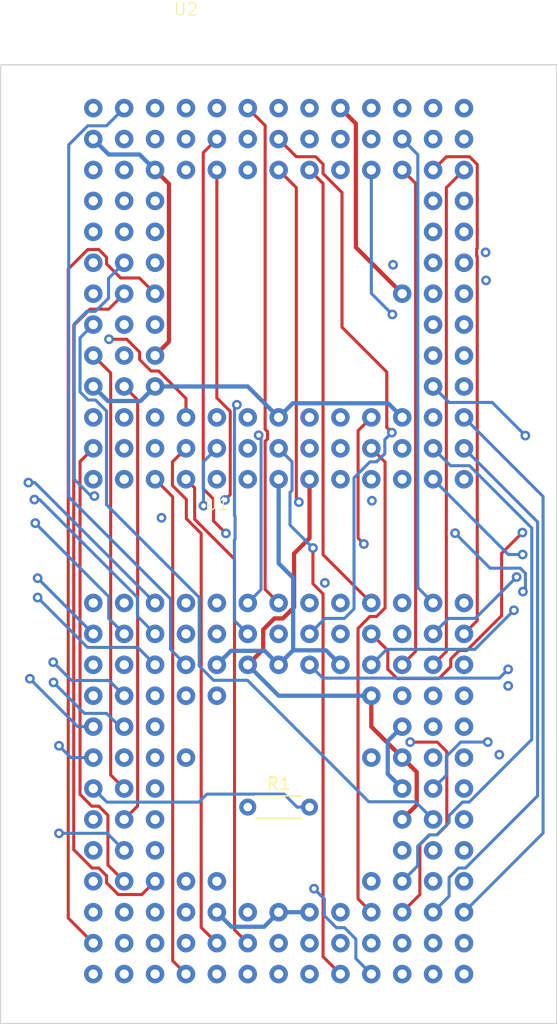
<source format=kicad_pcb>
(kicad_pcb (version 20221018) (generator pcbnew)
  (layers (0 "F.Cu" signal) (1 "In1.Cu" signal) (2 "In2.Cu" signal) (31 "B.Cu" signal) (34 "B.Paste" user) (35 "F.Paste" user) (36 "B.SilkS" user "B.Silkscreen") (37 "F.SilkS" user "F.Silkscreen") (38 "B.Mask" user) (39 "F.Mask" user) (44 "Edge.Cuts" user))
  (net 0 "")
  (net 1 "VCC")
  (net 2 "Net-(U1-CBACK)")
  (net 3 "/BR")
  (net 4 "/A0")
  (net 5 "/A30")
  (net 6 "/A28")
  (net 7 "/A26")
  (net 8 "/A24")
  (net 9 "/A23")
  (net 10 "/A21")
  (net 11 "/A19")
  (net 12 "/A17")
  (net 13 "/A15")
  (net 14 "/A13")
  (net 15 "/A10")
  (net 16 "/RMC")
  (net 17 "/BG")
  (net 18 "/A31")
  (net 19 "/A29")
  (net 20 "/A27")
  (net 21 "/A25")
  (net 22 "/A22")
  (net 23 "/A20")
  (net 24 "/A16")
  (net 25 "/A14")
  (net 26 "/A12")
  (net 27 "/A8")
  (net 28 "/A7")
  (net 29 "/FC1")
  (net 31 "/BGACK")
  (net 32 "/A1")
  (net 33 "GND")
  (net 34 "/A18")
  (net 35 "/A11")
  (net 36 "/A9")
  (net 37 "/A5")
  (net 38 "/A4")
  (net 39 "/FC2")
  (net 40 "/FC0")
  (net 41 "/OCS")
  (net 42 "/A6")
  (net 43 "/A3")
  (net 44 "/A2")
  (net 45 "Net-(U1-CLK)")
  (net 46 "/AVEC")
  (net 47 "/IPEND")
  (net 48 "/DSACK0")
  (net 49 "/RESET")
  (net 50 "/DSACK1")
  (net 51 "/IPL2")
  (net 52 "/IPL1")
  (net 53 "/BERR")
  (net 54 "/HALT")
  (net 55 "Net-(U1-CDIS)")
  (net 56 "/IPL0")
  (net 57 "/AS")
  (net 61 "/DS")
  (net 62 "/SIZ0")
  (net 63 "/D5")
  (net 64 "/D1")
  (net 65 "/D0")
  (net 66 "/SIZ1")
  (net 67 "/R_W")
  (net 68 "/D30")
  (net 69 "/D10")
  (net 70 "/D7")
  (net 71 "/D4")
  (net 72 "/D2")
  (net 73 "/DBEN")
  (net 74 "/ECS")
  (net 75 "/D29")
  (net 76 "/D27")
  (net 77 "/D24")
  (net 78 "/D22")
  (net 79 "/D20")
  (net 80 "/D17")
  (net 81 "/D14")
  (net 82 "/D12")
  (net 83 "/D9")
  (net 84 "/D6")
  (net 85 "/D3")
  (net 86 "/D31")
  (net 87 "/D28")
  (net 88 "/D26")
  (net 89 "/D25")
  (net 90 "/D23")
  (net 91 "/D21")
  (net 92 "/D19")
  (net 93 "/D18")
  (net 94 "/D16")
  (net 95 "/D15")
  (net 96 "/D13")
  (net 97 "/D11")
  (net 98 "/D8")
  (footprint "68k:PGA114_68020" (layer "F.Cu") (at 129.54 46.734)
    (fp_text reference "U2")
    (fp_text value "~")
  )
  (footprint "Resistor_THT:R_Axial_DIN0204_L3.6mm_D1.6mm_P5.08mm_Horizontal" (layer "F.Cu") (at 134.62 111.76)
    (fp_text reference "R1")
    (fp_text value "R1k")
  )
  (footprint "68k:PGA114_68030" (layer "F.Cu") (at 132.08 87.374)
    (fp_text reference "U1")
    (fp_text value "68030")
  )
  (gr_rect (start 114.3 50.8) (end 160.02 129.54) (stroke (width 0.1)) (fill none) (layer "Edge.Cuts"))
  (segment (start 139.7 89.6649) (end 138.43 90.9349) (width 0.35) (layer "F.Cu") (net 1))
  (segment (start 143.51 65.784) (end 147.32 69.594) (width 0.35) (layer "F.Cu") (net 1))
  (segment (start 138.43 95.3481) (end 137.5141 96.264) (width 0.35) (layer "F.Cu") (net 1))
  (segment (start 142.24 54.354) (end 143.51 55.624) (width 0.35) (layer "F.Cu") (net 1))
  (segment (start 144.78 105.154) (end 144.78 102.614) (width 0.35) (layer "F.Cu") (net 1))
  (segment (start 143.51 55.624) (end 143.51 65.784) (width 0.35) (layer "F.Cu") (net 1))
  (segment (start 139.7 84.834) (end 139.7 89.6649) (width 0.35) (layer "F.Cu") (net 1))
  (segment (start 147.32 107.694) (end 144.78 105.154) (width 0.35) (layer "F.Cu") (net 1))
  (segment (start 138.43 90.9349) (end 138.43 95.3481) (width 0.35) (layer "F.Cu") (net 1))
  (segment (start 135.89 97.1799) (end 135.89 98.804) (width 0.35) (layer "F.Cu") (net 1))
  (segment (start 137.5141 96.264) (end 136.8059 96.264) (width 0.35) (layer "F.Cu") (net 1))
  (segment (start 148.5106 108.8846) (end 147.32 107.694) (width 0.35) (layer "F.Cu") (net 1))
  (segment (start 135.89 98.804) (end 134.62 100.074) (width 0.35) (layer "F.Cu") (net 1))
  (segment (start 148.5106 111.5834) (end 148.5106 108.8846) (width 0.35) (layer "F.Cu") (net 1))
  (segment (start 136.8059 96.264) (end 135.89 97.1799) (width 0.35) (layer "F.Cu") (net 1))
  (segment (start 147.32 112.774) (end 148.5106 111.5834) (width 0.35) (layer "F.Cu") (net 1))
  (segment (start 144.78 102.614) (end 137.16 102.614) (width 0.35) (layer "B.Cu") (net 1))
  (segment (start 137.16 102.614) (end 134.62 100.074) (width 0.35) (layer "B.Cu") (net 1))
  (segment (start 123.0382 111.3522) (end 121.92 110.234) (width 0.25) (layer "B.Cu") (net 2))
  (segment (start 138.6731 111.76) (end 137.6074 110.6943) (width 0.25) (layer "B.Cu") (net 2))
  (segment (start 137.6074 110.6943) (end 131.2573 110.6943) (width 0.25) (layer "B.Cu") (net 2))
  (segment (start 139.7 111.76) (end 138.6731 111.76) (width 0.25) (layer "B.Cu") (net 2))
  (segment (start 130.5994 111.3522) (end 123.0382 111.3522) (width 0.25) (layer "B.Cu") (net 2))
  (segment (start 131.2573 110.6943) (end 130.5994 111.3522) (width 0.25) (layer "B.Cu") (net 2))
  (via (at 116.5869 85.1083) (size 0.8) (drill 0.4) (layers "F.Cu" "B.Cu") (net 5))
  (segment (start 117.1143 85.1083) (end 116.5869 85.1083) (width 0.25) (layer "B.Cu") (net 5))
  (segment (start 127 94.994) (end 117.1143 85.1083) (width 0.25) (layer "B.Cu") (net 5))
  (via (at 135.5188 81.2219) (size 0.8) (drill 0.4) (layers "F.Cu" "B.Cu") (net 8))
  (segment (start 134.62 94.994) (end 135.7145 93.8995) (width 0.25) (layer "B.Cu") (net 8))
  (segment (start 135.7145 81.4176) (end 135.5188 81.2219) (width 0.25) (layer "B.Cu") (net 8))
  (segment (start 135.7145 93.8995) (end 135.7145 81.4176) (width 0.25) (layer "B.Cu") (net 8))
  (segment (start 136.2457 80.9208) (end 136.0493 80.7244) (width 0.25) (layer "F.Cu") (net 9))
  (segment (start 136.2457 81.523) (end 136.2457 80.9208) (width 0.25) (layer "F.Cu") (net 9))
  (segment (start 136.0493 55.7833) (end 134.62 54.354) (width 0.25) (layer "F.Cu") (net 9))
  (segment (start 136.0493 80.7244) (end 136.0493 55.7833) (width 0.25) (layer "F.Cu") (net 9))
  (segment (start 136.0493 81.7194) (end 136.2457 81.523) (width 0.25) (layer "F.Cu") (net 9))
  (segment (start 136.0493 93.8833) (end 136.0493 81.7194) (width 0.25) (layer "F.Cu") (net 9))
  (segment (start 137.16 94.994) (end 136.0493 93.8833) (width 0.25) (layer "F.Cu") (net 9))
  (segment (start 137.16 59.434) (end 138.6111 60.8851) (width 0.25) (layer "F.Cu") (net 10))
  (segment (start 138.6111 86.5027) (end 138.8205 86.7121) (width 0.25) (layer "F.Cu") (net 10))
  (segment (start 138.6111 60.8851) (end 138.6111 86.5027) (width 0.25) (layer "F.Cu") (net 10))
  (via (at 138.8205 86.7121) (size 0.8) (drill 0.4) (layers "F.Cu" "B.Cu") (net 10))
  (segment (start 144.78 94.994) (end 140.8109 91.0249) (width 0.25) (layer "F.Cu") (net 12))
  (segment (start 140.8109 60.5449) (end 139.7 59.434) (width 0.25) (layer "F.Cu") (net 12))
  (segment (start 140.8109 91.0249) (end 140.8109 60.5449) (width 0.25) (layer "F.Cu") (net 12))
  (segment (start 148.6018 93.7358) (end 148.6018 58.1758) (width 0.25) (layer "B.Cu") (net 14))
  (segment (start 148.6018 58.1758) (end 147.32 56.894) (width 0.25) (layer "B.Cu") (net 14))
  (segment (start 149.86 94.994) (end 148.6018 93.7358) (width 0.25) (layer "B.Cu") (net 14))
  (via (at 154.2107 68.5038) (size 0.8) (drill 0.4) (layers "F.Cu" "B.Cu") (net 15))
  (via (at 117.3437 92.9577) (size 0.8) (drill 0.4) (layers "F.Cu" "B.Cu") (net 16))
  (segment (start 121.92 97.534) (end 117.3437 92.9577) (width 0.25) (layer "B.Cu") (net 16))
  (via (at 117.1499 88.438) (size 0.8) (drill 0.4) (layers "F.Cu" "B.Cu") (net 17))
  (segment (start 124.46 97.534) (end 123.19 96.264) (width 0.25) (layer "B.Cu") (net 17))
  (segment (start 123.19 94.4781) (end 117.1499 88.438) (width 0.25) (layer "B.Cu") (net 17))
  (segment (start 123.19 96.264) (end 123.19 94.4781) (width 0.25) (layer "B.Cu") (net 17))
  (via (at 117.0783 86.5056) (size 0.8) (drill 0.4) (layers "F.Cu" "B.Cu") (net 18))
  (segment (start 125.5489 96.0829) (end 125.5489 94.5429) (width 0.25) (layer "B.Cu") (net 18))
  (segment (start 125.5489 94.5429) (end 117.5116 86.5056) (width 0.25) (layer "B.Cu") (net 18))
  (segment (start 117.5116 86.5056) (end 117.0783 86.5056) (width 0.25) (layer "B.Cu") (net 18))
  (segment (start 127 97.534) (end 125.5489 96.0829) (width 0.25) (layer "B.Cu") (net 18))
  (segment (start 132.08 59.434) (end 132.08 78.1565) (width 0.25) (layer "F.Cu") (net 19))
  (segment (start 133.1816 86.0971) (end 132.7479 86.5308) (width 0.25) (layer "F.Cu") (net 19))
  (segment (start 133.1816 79.2581) (end 133.1816 86.0971) (width 0.25) (layer "F.Cu") (net 19))
  (segment (start 132.08 78.1565) (end 133.1816 79.2581) (width 0.25) (layer "F.Cu") (net 19))
  (via (at 132.7479 86.5308) (size 0.8) (drill 0.4) (layers "F.Cu" "B.Cu") (net 19))
  (segment (start 132.8246 89.279) (end 131.8026 88.257) (width 0.25) (layer "F.Cu") (net 20))
  (segment (start 131.8026 86.4597) (end 130.9599 85.617) (width 0.25) (layer "F.Cu") (net 20))
  (segment (start 130.9599 85.617) (end 130.9599 58.0141) (width 0.25) (layer "F.Cu") (net 20))
  (segment (start 131.8026 88.257) (end 131.8026 86.4597) (width 0.25) (layer "F.Cu") (net 20))
  (segment (start 130.9599 58.0141) (end 132.08 56.894) (width 0.25) (layer "F.Cu") (net 20))
  (via (at 132.8246 89.279) (size 0.8) (drill 0.4) (layers "F.Cu" "B.Cu") (net 20))
  (via (at 133.7231 78.7167) (size 0.8) (drill 0.4) (layers "F.Cu" "B.Cu") (net 21))
  (segment (start 133.5797 89.7687) (end 133.5797 87.8601) (width 0.25) (layer "B.Cu") (net 21))
  (segment (start 133.5287 87.8091) (end 133.5287 78.9111) (width 0.25) (layer "B.Cu") (net 21))
  (segment (start 133.5217 96.4357) (end 133.5217 89.8267) (width 0.25) (layer "B.Cu") (net 21))
  (segment (start 134.62 97.534) (end 133.5217 96.4357) (width 0.25) (layer "B.Cu") (net 21))
  (segment (start 133.5217 89.8267) (end 133.5797 89.7687) (width 0.25) (layer "B.Cu") (net 21))
  (segment (start 133.5797 87.8601) (end 133.5287 87.8091) (width 0.25) (layer "B.Cu") (net 21))
  (segment (start 133.5287 78.9111) (end 133.7231 78.7167) (width 0.25) (layer "B.Cu") (net 21))
  (segment (start 142.3694 72.3487) (end 146.05 76.0293) (width 0.25) (layer "F.Cu") (net 23))
  (segment (start 137.16 56.894) (end 138.6111 58.3451) (width 0.25) (layer "F.Cu") (net 23))
  (segment (start 140.8107 59.7289) (end 142.3694 61.2876) (width 0.25) (layer "F.Cu") (net 23))
  (segment (start 140.2044 58.3451) (end 140.8107 58.9514) (width 0.25) (layer "F.Cu") (net 23))
  (segment (start 146.05 76.0293) (end 146.05 80.5834) (width 0.25) (layer "F.Cu") (net 23))
  (segment (start 140.8107 58.9514) (end 140.8107 59.7289) (width 0.25) (layer "F.Cu") (net 23))
  (segment (start 142.3694 61.2876) (end 142.3694 72.3487) (width 0.25) (layer "F.Cu") (net 23))
  (segment (start 138.6111 58.3451) (end 140.2044 58.3451) (width 0.25) (layer "F.Cu") (net 23))
  (segment (start 146.05 80.5834) (end 146.4681 81.0015) (width 0.25) (layer "F.Cu") (net 23))
  (via (at 146.4681 81.0015) (size 0.8) (drill 0.4) (layers "F.Cu" "B.Cu") (net 23))
  (segment (start 143.3579 95.4783) (end 143.3579 84.7144) (width 0.25) (layer "B.Cu") (net 23))
  (segment (start 139.7 97.534) (end 140.97 96.264) (width 0.25) (layer "B.Cu") (net 23))
  (segment (start 142.5722 96.264) (end 143.3579 95.4783) (width 0.25) (layer "B.Cu") (net 23))
  (segment (start 140.97 96.264) (end 142.5722 96.264) (width 0.25) (layer "B.Cu") (net 23))
  (segment (start 144.6676 83.4047) (end 145.2149 83.4047) (width 0.25) (layer "B.Cu") (net 23))
  (segment (start 145.8907 82.7289) (end 145.8907 81.5789) (width 0.25) (layer "B.Cu") (net 23))
  (segment (start 143.3579 84.7144) (end 144.6676 83.4047) (width 0.25) (layer "B.Cu") (net 23))
  (segment (start 145.2149 83.4047) (end 145.8907 82.7289) (width 0.25) (layer "B.Cu") (net 23))
  (segment (start 145.8907 81.5789) (end 146.4681 81.0015) (width 0.25) (layer "B.Cu") (net 23))
  (via (at 140.9616 93.3462) (size 0.8) (drill 0.4) (layers "F.Cu" "B.Cu") (net 24))
  (segment (start 146.1355 100.4363) (end 146.9009 101.2017) (width 0.25) (layer "F.Cu") (net 25))
  (segment (start 155.4919 90.9236) (end 157.2026 89.2129) (width 0.25) (layer "F.Cu") (net 25))
  (segment (start 144.78 97.534) (end 146.1355 98.8895) (width 0.25) (layer "F.Cu") (net 25))
  (segment (start 155.4919 96.0378) (end 155.4919 90.9236) (width 0.25) (layer "F.Cu") (net 25))
  (segment (start 146.1355 98.8895) (end 146.1355 100.4363) (width 0.25) (layer "F.Cu") (net 25))
  (segment (start 152.6267 98.903) (end 155.4919 96.0378) (width 0.25) (layer "F.Cu") (net 25))
  (segment (start 152.0056 98.903) (end 152.6267 98.903) (width 0.25) (layer "F.Cu") (net 25))
  (segment (start 151.3111 100.2251) (end 151.3111 99.5975) (width 0.25) (layer "F.Cu") (net 25))
  (segment (start 150.3345 101.2017) (end 151.3111 100.2251) (width 0.25) (layer "F.Cu") (net 25))
  (segment (start 146.9009 101.2017) (end 150.3345 101.2017) (width 0.25) (layer "F.Cu") (net 25))
  (segment (start 151.3111 99.5975) (end 152.0056 98.903) (width 0.25) (layer "F.Cu") (net 25))
  (via (at 157.2026 89.2129) (size 0.8) (drill 0.4) (layers "F.Cu" "B.Cu") (net 25))
  (via (at 146.5097 71.3005) (size 0.8) (drill 0.4) (layers "F.Cu" "B.Cu") (net 26))
  (segment (start 144.78 59.434) (end 144.78 69.5708) (width 0.25) (layer "B.Cu") (net 26))
  (segment (start 144.78 69.5708) (end 146.5097 71.3005) (width 0.25) (layer "B.Cu") (net 26))
  (via (at 156.7251 92.8643) (size 0.8) (drill 0.4) (layers "F.Cu" "B.Cu") (net 27))
  (segment (start 149.86 97.534) (end 151.13 96.264) (width 0.25) (layer "B.Cu") (net 27))
  (segment (start 151.13 96.264) (end 153.3254 96.264) (width 0.25) (layer "B.Cu") (net 27))
  (segment (start 153.3254 96.264) (end 156.7251 92.8643) (width 0.25) (layer "B.Cu") (net 27))
  (segment (start 153.4889 58.9799) (end 153.4889 65.856) (width 0.25) (layer "F.Cu") (net 28))
  (segment (start 150.9489 58.3451) (end 152.8541 58.3451) (width 0.25) (layer "F.Cu") (net 28))
  (segment (start 153.4434 65.9015) (end 153.4434 66.5035) (width 0.25) (layer "F.Cu") (net 28))
  (segment (start 153.4889 66.549) (end 153.4889 68.1961) (width 0.25) (layer "F.Cu") (net 28))
  (segment (start 153.4889 65.856) (end 153.4434 65.9015) (width 0.25) (layer "F.Cu") (net 28))
  (segment (start 153.4889 68.1961) (end 153.4822 68.2028) (width 0.25) (layer "F.Cu") (net 28))
  (segment (start 153.4822 68.2028) (end 153.4822 68.8048) (width 0.25) (layer "F.Cu") (net 28))
  (segment (start 153.4434 66.5035) (end 153.4889 66.549) (width 0.25) (layer "F.Cu") (net 28))
  (segment (start 149.86 59.434) (end 150.9489 58.3451) (width 0.25) (layer "F.Cu") (net 28))
  (segment (start 153.4889 96.4451) (end 152.4 97.534) (width 0.25) (layer "F.Cu") (net 28))
  (segment (start 153.4822 68.8048) (end 153.4889 68.8115) (width 0.25) (layer "F.Cu") (net 28))
  (segment (start 152.8541 58.3451) (end 153.4889 58.9799) (width 0.25) (layer "F.Cu") (net 28))
  (segment (start 153.4889 68.8115) (end 153.4889 96.4451) (width 0.25) (layer "F.Cu") (net 28))
  (via (at 117.3437 94.5471) (size 0.8) (drill 0.4) (layers "F.Cu" "B.Cu") (net 31))
  (segment (start 121.4413 98.6447) (end 125.5707 98.6447) (width 0.25) (layer "B.Cu") (net 31))
  (segment (start 117.3437 94.5471) (end 121.4413 98.6447) (width 0.25) (layer "B.Cu") (net 31))
  (segment (start 125.5707 98.6447) (end 127 100.074) (width 0.25) (layer "B.Cu") (net 31))
  (segment (start 119.9018 86.2932) (end 128.27 94.6614) (width 0.25) (layer "B.Cu") (net 32))
  (segment (start 123.0089 55.8051) (end 121.4658 55.8051) (width 0.25) (layer "B.Cu") (net 32))
  (segment (start 128.27 94.6614) (end 128.27 98.804) (width 0.25) (layer "B.Cu") (net 32))
  (segment (start 121.4658 55.8051) (end 119.9018 57.3691) (width 0.25) (layer "B.Cu") (net 32))
  (segment (start 128.27 98.804) (end 129.54 100.074) (width 0.25) (layer "B.Cu") (net 32))
  (segment (start 124.46 54.354) (end 123.0089 55.8051) (width 0.25) (layer "B.Cu") (net 32))
  (segment (start 119.9018 57.3691) (end 119.9018 86.2932) (width 0.25) (layer "B.Cu") (net 32))
  (segment (start 128.1396 73.5344) (end 128.1396 60.5736) (width 0.35) (layer "F.Cu") (net 33))
  (segment (start 128.1396 60.5736) (end 127 59.434) (width 0.35) (layer "F.Cu") (net 33))
  (segment (start 127 74.674) (end 128.1396 73.5344) (width 0.35) (layer "F.Cu") (net 33))
  (segment (start 138.3506 98.8834) (end 138.3506 92.9273) (width 0.35) (layer "B.Cu") (net 33))
  (segment (start 127 59.434) (end 125.73 58.164) (width 0.35) (layer "B.Cu") (net 33))
  (segment (start 135.9694 121.5846) (end 137.16 120.394) (width 0.35) (layer "B.Cu") (net 33))
  (segment (start 147.32 110.234) (end 146.1295 109.0435) (width 0.35) (layer "B.Cu") (net 33))
  (segment (start 133.2282 98.9258) (end 132.08 100.074) (width 0.35) (layer "B.Cu") (net 33))
  (segment (start 138.3184 78.5956) (end 137.16 79.754) (width 0.35) (layer "B.Cu") (net 33))
  (segment (start 138.3506 98.8834) (end 137.16 100.074) (width 0.35) (layer "B.Cu") (net 33))
  (segment (start 141.0494 98.8834) (end 138.3506 98.8834) (width 0.35) (layer "B.Cu") (net 33))
  (segment (start 133.2706 121.5846) (end 135.9694 121.5846) (width 0.35) (layer "B.Cu") (net 33))
  (segment (start 132.08 120.394) (end 133.2706 121.5846) (width 0.35) (layer "B.Cu") (net 33))
  (segment (start 127 77.214) (end 134.62 77.214) (width 0.35) (layer "B.Cu") (net 33))
  (segment (start 127 77.214) (end 125.8094 78.4046) (width 0.35) (layer "B.Cu") (net 33))
  (segment (start 142.24 100.074) (end 141.0494 98.8834) (width 0.35) (layer "B.Cu") (net 33))
  (segment (start 138.3506 92.9273) (end 137.16 91.7367) (width 0.35) (layer "B.Cu") (net 33))
  (segment (start 123.1106 78.4046) (end 121.92 77.214) (width 0.35) (layer "B.Cu") (net 33))
  (segment (start 136.0118 98.9258) (end 133.2282 98.9258) (width 0.35) (layer "B.Cu") (net 33))
  (segment (start 147.32 79.754) (end 146.1616 78.5956) (width 0.35) (layer "B.Cu") (net 33))
  (segment (start 137.16 100.074) (end 136.0118 98.9258) (width 0.35) (layer "B.Cu") (net 33))
  (segment (start 146.1616 78.5956) (end 138.3184 78.5956) (width 0.35) (layer "B.Cu") (net 33))
  (segment (start 125.73 58.164) (end 123.19 58.164) (width 0.35) (layer "B.Cu") (net 33))
  (segment (start 125.8094 78.4046) (end 123.1106 78.4046) (width 0.35) (layer "B.Cu") (net 33))
  (segment (start 123.19 58.164) (end 121.92 56.894) (width 0.35) (layer "B.Cu") (net 33))
  (segment (start 146.1295 106.3445) (end 147.32 105.154) (width 0.35) (layer "B.Cu") (net 33))
  (segment (start 134.62 77.214) (end 137.16 79.754) (width 0.35) (layer "B.Cu") (net 33))
  (segment (start 146.1295 109.0435) (end 146.1295 106.3445) (width 0.35) (layer "B.Cu") (net 33))
  (segment (start 137.16 91.7367) (end 137.16 84.834) (width 0.35) (layer "B.Cu") (net 33))
  (segment (start 139.7 120.394) (end 137.16 120.394) (width 0.35) (layer "B.Cu") (net 33))
  (via (at 156.0289 100.4479) (size 0.8) (drill 0.4) (layers "F.Cu" "B.Cu") (net 34))
  (segment (start 139.7 100.074) (end 140.7924 101.1664) (width 0.25) (layer "B.Cu") (net 34))
  (segment (start 155.3104 101.1664) (end 156.0289 100.4479) (width 0.25) (layer "B.Cu") (net 34))
  (segment (start 140.7924 101.1664) (end 155.3104 101.1664) (width 0.25) (layer "B.Cu") (net 34))
  (via (at 156.5038 95.5958) (size 0.8) (drill 0.4) (layers "F.Cu" "B.Cu") (net 35))
  (segment (start 146.05 98.804) (end 153.2956 98.804) (width 0.25) (layer "B.Cu") (net 35))
  (segment (start 153.2956 98.804) (end 156.5038 95.5958) (width 0.25) (layer "B.Cu") (net 35))
  (segment (start 144.78 100.074) (end 146.05 98.804) (width 0.25) (layer "B.Cu") (net 35))
  (segment (start 148.4196 98.9744) (end 148.4196 60.5336) (width 0.25) (layer "F.Cu") (net 36))
  (segment (start 148.4196 60.5336) (end 147.32 59.434) (width 0.25) (layer "F.Cu") (net 36))
  (segment (start 147.32 100.074) (end 148.4196 98.9744) (width 0.25) (layer "F.Cu") (net 36))
  (segment (start 150.938 88.959) (end 150.938 89.561) (width 0.25) (layer "F.Cu") (net 37))
  (segment (start 150.9489 60.8851) (end 150.9489 88.9481) (width 0.25) (layer "F.Cu") (net 37))
  (segment (start 150.9489 89.5719) (end 150.9489 98.9851) (width 0.25) (layer "F.Cu") (net 37))
  (segment (start 150.9489 88.9481) (end 150.938 88.959) (width 0.25) (layer "F.Cu") (net 37))
  (segment (start 150.9489 98.9851) (end 149.86 100.074) (width 0.25) (layer "F.Cu") (net 37))
  (segment (start 150.938 89.561) (end 150.9489 89.5719) (width 0.25) (layer "F.Cu") (net 37))
  (segment (start 152.4 59.434) (end 150.9489 60.8851) (width 0.25) (layer "F.Cu") (net 37))
  (via (at 122.0132 86.2159) (size 0.8) (drill 0.4) (layers "F.Cu" "B.Cu") (net 39))
  (segment (start 121.3852 71.0451) (end 122.0921 71.0451) (width 0.25) (layer "B.Cu") (net 39))
  (segment (start 122.0132 86.2159) (end 121.7373 86.2159) (width 0.25) (layer "B.Cu") (net 39))
  (segment (start 123.1708 68.3432) (end 124.46 67.054) (width 0.25) (layer "B.Cu") (net 39))
  (segment (start 122.0921 71.0451) (end 123.1708 69.9664) (width 0.25) (layer "B.Cu") (net 39))
  (segment (start 121.7373 86.2159) (end 120.3552 84.8338) (width 0.25) (layer "B.Cu") (net 39))
  (segment (start 120.3552 72.0751) (end 121.3852 71.0451) (width 0.25) (layer "B.Cu") (net 39))
  (segment (start 120.3552 84.8338) (end 120.3552 72.0751) (width 0.25) (layer "B.Cu") (net 39))
  (segment (start 123.1708 69.9664) (end 123.1708 68.3432) (width 0.25) (layer "B.Cu") (net 39))
  (via (at 118.6247 99.8585) (size 0.8) (drill 0.4) (layers "F.Cu" "B.Cu") (net 40))
  (segment (start 124.46 102.614) (end 123.2089 101.3629) (width 0.25) (layer "B.Cu") (net 40))
  (segment (start 123.2089 101.3629) (end 120.1291 101.3629) (width 0.25) (layer "B.Cu") (net 40))
  (segment (start 120.1291 101.3629) (end 118.6247 99.8585) (width 0.25) (layer "B.Cu") (net 40))
  (via (at 154.1715 66.2013) (size 0.8) (drill 0.4) (layers "F.Cu" "B.Cu") (net 42))
  (via (at 116.704 101.217) (size 0.8) (drill 0.4) (layers "F.Cu" "B.Cu") (net 45))
  (segment (start 121.92 105.154) (end 120.641 105.154) (width 0.25) (layer "B.Cu") (net 45))
  (segment (start 120.641 105.154) (end 116.704 101.217) (width 0.25) (layer "B.Cu") (net 45))
  (via (at 118.6475 101.5208) (size 0.8) (drill 0.4) (layers "F.Cu" "B.Cu") (net 46))
  (segment (start 124.1052 105.154) (end 124.46 105.154) (width 0.25) (layer "B.Cu") (net 46))
  (segment (start 121.1918 104.0651) (end 123.0163 104.0651) (width 0.25) (layer "B.Cu") (net 46))
  (segment (start 118.6475 101.5208) (end 121.1918 104.0651) (width 0.25) (layer "B.Cu") (net 46))
  (segment (start 123.0163 104.0651) (end 124.1052 105.154) (width 0.25) (layer "B.Cu") (net 46))
  (via (at 156.0325 101.8039) (size 0.8) (drill 0.4) (layers "F.Cu" "B.Cu") (net 47))
  (via (at 119.0998 106.7209) (size 0.8) (drill 0.4) (layers "F.Cu" "B.Cu") (net 48))
  (segment (start 120.0729 107.694) (end 119.0998 106.7209) (width 0.25) (layer "B.Cu") (net 48))
  (segment (start 121.92 107.694) (end 120.0729 107.694) (width 0.25) (layer "B.Cu") (net 48))
  (segment (start 123.3493 76.1033) (end 121.92 74.674) (width 0.25) (layer "F.Cu") (net 50))
  (segment (start 123.3493 109.1233) (end 123.3493 76.1033) (width 0.25) (layer "F.Cu") (net 50))
  (segment (start 124.46 110.234) (end 123.3493 109.1233) (width 0.25) (layer "F.Cu") (net 50))
  (via (at 154.3542 106.4192) (size 0.8) (drill 0.4) (layers "F.Cu" "B.Cu") (net 51))
  (segment (start 150.9489 109.1451) (end 150.9489 107.602) (width 0.25) (layer "B.Cu") (net 51))
  (segment (start 149.86 110.234) (end 150.9489 109.1451) (width 0.25) (layer "B.Cu") (net 51))
  (segment (start 150.9489 107.602) (end 152.1317 106.4192) (width 0.25) (layer "B.Cu") (net 51))
  (segment (start 152.1317 106.4192) (end 154.3542 106.4192) (width 0.25) (layer "B.Cu") (net 51))
  (via (at 155.302 107.4548) (size 0.8) (drill 0.4) (layers "F.Cu" "B.Cu") (net 52))
  (segment (start 125.565 111.669) (end 124.46 112.774) (width 0.25) (layer "F.Cu") (net 54))
  (segment (start 124.46 77.214) (end 125.565 78.319) (width 0.25) (layer "F.Cu") (net 54))
  (segment (start 125.565 78.319) (end 125.565 111.669) (width 0.25) (layer "F.Cu") (net 54))
  (segment (start 120.8309 77.6648) (end 121.4907 78.3246) (width 0.25) (layer "B.Cu") (net 55))
  (segment (start 123.0089 86.9229) (end 130.6289 94.5429) (width 0.25) (layer "B.Cu") (net 55))
  (segment (start 130.6289 100.1697) (end 131.8032 101.344) (width 0.25) (layer "B.Cu") (net 55))
  (segment (start 131.8032 101.344) (end 134.5928 101.344) (width 0.25) (layer "B.Cu") (net 55))
  (segment (start 148.4089 111.3229) (end 149.86 112.774) (width 0.25) (layer "B.Cu") (net 55))
  (segment (start 134.5928 101.344) (end 144.5717 111.3229) (width 0.25) (layer "B.Cu") (net 55))
  (segment (start 121.4907 78.3246) (end 122.1016 78.3246) (width 0.25) (layer "B.Cu") (net 55))
  (segment (start 130.6289 94.5429) (end 130.6289 100.1697) (width 0.25) (layer "B.Cu") (net 55))
  (segment (start 122.1016 78.3246) (end 123.0089 79.2319) (width 0.25) (layer "B.Cu") (net 55))
  (segment (start 123.0089 79.2319) (end 123.0089 86.9229) (width 0.25) (layer "B.Cu") (net 55))
  (segment (start 144.5717 111.3229) (end 148.4089 111.3229) (width 0.25) (layer "B.Cu") (net 55))
  (segment (start 120.8309 73.2231) (end 120.8309 77.6648) (width 0.25) (layer "B.Cu") (net 55))
  (segment (start 121.92 72.134) (end 120.8309 73.2231) (width 0.25) (layer "B.Cu") (net 55))
  (via (at 119.1013 113.9132) (size 0.8) (drill 0.4) (layers "F.Cu" "B.Cu") (net 57))
  (segment (start 123.0592 113.9132) (end 119.1013 113.9132) (width 0.25) (layer "B.Cu") (net 57))
  (segment (start 124.46 115.314) (end 123.0592 113.9132) (width 0.25) (layer "B.Cu") (net 57))
  (segment (start 122.3741 111.6851) (end 121.7954 111.6851) (width 0.25) (layer "F.Cu") (net 61))
  (segment (start 123.1242 116.5182) (end 123.1242 112.4352) (width 0.25) (layer "F.Cu") (net 61))
  (segment (start 121.7954 111.6851) (end 120.8311 110.7208) (width 0.25) (layer "F.Cu") (net 61))
  (segment (start 120.8311 83.3829) (end 121.92 82.294) (width 0.25) (layer "F.Cu") (net 61))
  (segment (start 120.8311 110.7208) (end 120.8311 83.3829) (width 0.25) (layer "F.Cu") (net 61))
  (segment (start 124.46 117.854) (end 123.1242 116.5182) (width 0.25) (layer "F.Cu") (net 61))
  (segment (start 123.1242 112.4352) (end 122.3741 111.6851) (width 0.25) (layer "F.Cu") (net 61))
  (segment (start 125.9111 118.9429) (end 123.9729 118.9429) (width 0.25) (layer "F.Cu") (net 62))
  (segment (start 121.6495 70.864) (end 123.19 70.864) (width 0.25) (layer "F.Cu") (net 62))
  (segment (start 120.3111 72.2024) (end 121.6495 70.864) (width 0.25) (layer "F.Cu") (net 62))
  (segment (start 122.3711 116.7651) (end 121.8194 116.7651) (width 0.25) (layer "F.Cu") (net 62))
  (segment (start 123.0115 117.4055) (end 122.3711 116.7651) (width 0.25) (layer "F.Cu") (net 62))
  (segment (start 123.19 70.864) (end 124.46 69.594) (width 0.25) (layer "F.Cu") (net 62))
  (segment (start 121.8194 116.7651) (end 120.3111 115.2568) (width 0.25) (layer "F.Cu") (net 62))
  (segment (start 120.3111 115.2568) (end 120.3111 72.2024) (width 0.25) (layer "F.Cu") (net 62))
  (segment (start 123.0115 117.9815) (end 123.0115 117.4055) (width 0.25) (layer "F.Cu") (net 62))
  (segment (start 123.9729 118.9429) (end 123.0115 117.9815) (width 0.25) (layer "F.Cu") (net 62))
  (segment (start 127 117.854) (end 125.9111 118.9429) (width 0.25) (layer "F.Cu") (net 62))
  (segment (start 151.174 113.0207) (end 151.174 112.4504) (width 0.25) (layer "B.Cu") (net 63))
  (segment (start 151.2893 83.7233) (end 149.86 82.294) (width 0.25) (layer "B.Cu") (net 63))
  (segment (start 152.8332 111.3447) (end 157.9725 106.2054) (width 0.25) (layer "B.Cu") (net 63))
  (segment (start 151.174 112.4504) (end 152.2797 111.3447) (width 0.25) (layer "B.Cu") (net 63))
  (segment (start 157.9725 106.2054) (end 157.9725 88.8418) (width 0.25) (layer "B.Cu") (net 63))
  (segment (start 152.854 83.7233) (end 151.2893 83.7233) (width 0.25) (layer "B.Cu") (net 63))
  (segment (start 157.9725 88.8418) (end 152.854 83.7233) (width 0.25) (layer "B.Cu") (net 63))
  (segment (start 149.5278 114.044) (end 150.1507 114.044) (width 0.25) (layer "B.Cu") (net 63))
  (segment (start 152.2797 111.3447) (end 152.8332 111.3447) (width 0.25) (layer "B.Cu") (net 63))
  (segment (start 150.1507 114.044) (end 151.174 113.0207) (width 0.25) (layer "B.Cu") (net 63))
  (segment (start 147.32 117.854) (end 148.59 116.584) (width 0.25) (layer "B.Cu") (net 63))
  (segment (start 148.59 116.584) (end 148.59 114.9818) (width 0.25) (layer "B.Cu") (net 63))
  (segment (start 148.59 114.9818) (end 149.5278 114.044) (width 0.25) (layer "B.Cu") (net 63))
  (via (at 157.443 81.2482) (size 0.8) (drill 0.4) (layers "F.Cu" "B.Cu") (net 64))
  (segment (start 157.443 81.2482) (end 154.7234 78.5286) (width 0.25) (layer "B.Cu") (net 64))
  (segment (start 151.1746 78.5286) (end 149.86 77.214) (width 0.25) (layer "B.Cu") (net 64))
  (segment (start 154.7234 78.5286) (end 151.1746 78.5286) (width 0.25) (layer "B.Cu") (net 64))
  (segment (start 145.9104 95.4046) (end 145.9104 83.4244) (width 0.25) (layer "F.Cu") (net 69))
  (segment (start 145.9104 83.4244) (end 144.78 82.294) (width 0.25) (layer "F.Cu") (net 69))
  (segment (start 145.2103 96.1047) (end 145.9104 95.4046) (width 0.25) (layer "F.Cu") (net 69))
  (segment (start 143.6874 97.0837) (end 144.6664 96.1047) (width 0.25) (layer "F.Cu") (net 69))
  (segment (start 144.78 120.394) (end 143.6874 119.3014) (width 0.25) (layer "F.Cu") (net 69))
  (segment (start 144.6664 96.1047) (end 145.2103 96.1047) (width 0.25) (layer "F.Cu") (net 69))
  (segment (start 143.6874 119.3014) (end 143.6874 97.0837) (width 0.25) (layer "F.Cu") (net 69))
  (segment (start 150.2055 106.424) (end 150.9866 107.2051) (width 0.25) (layer "F.Cu") (net 70))
  (segment (start 148.7711 114.844) (end 148.7711 118.9429) (width 0.25) (layer "F.Cu") (net 70))
  (segment (start 150.1922 114.044) (end 149.5711 114.044) (width 0.25) (layer "F.Cu") (net 70))
  (segment (start 150.9866 107.2051) (end 150.9866 113.2496) (width 0.25) (layer "F.Cu") (net 70))
  (segment (start 149.5711 114.044) (end 148.7711 114.844) (width 0.25) (layer "F.Cu") (net 70))
  (segment (start 144.78 79.754) (end 143.6911 80.8429) (width 0.25) (layer "F.Cu") (net 70))
  (segment (start 143.6911 80.8429) (end 143.6911 89.678) (width 0.25) (layer "F.Cu") (net 70))
  (segment (start 143.6911 89.678) (end 144.1636 90.1505) (width 0.25) (layer "F.Cu") (net 70))
  (segment (start 148.7711 118.9429) (end 147.32 120.394) (width 0.25) (layer "F.Cu") (net 70))
  (segment (start 150.9866 113.2496) (end 150.1922 114.044) (width 0.25) (layer "F.Cu") (net 70))
  (segment (start 147.98 106.424) (end 150.2055 106.424) (width 0.25) (layer "F.Cu") (net 70))
  (via (at 144.1636 90.1505) (size 0.8) (drill 0.4) (layers "F.Cu" "B.Cu") (net 70))
  (via (at 147.98 106.424) (size 0.8) (drill 0.4) (layers "F.Cu" "B.Cu") (net 70))
  (segment (start 151.174 117.5369) (end 151.9458 116.7651) (width 0.25) (layer "B.Cu") (net 71))
  (segment (start 151.174 119.08) (end 151.174 117.5369) (width 0.25) (layer "B.Cu") (net 71))
  (segment (start 151.9458 116.7651) (end 152.5246 116.7651) (width 0.25) (layer "B.Cu") (net 71))
  (segment (start 158.4474 88.3414) (end 152.4 82.294) (width 0.25) (layer "B.Cu") (net 71))
  (segment (start 149.86 120.394) (end 151.174 119.08) (width 0.25) (layer "B.Cu") (net 71))
  (segment (start 158.4474 110.8423) (end 158.4474 88.3414) (width 0.25) (layer "B.Cu") (net 71))
  (segment (start 152.5246 116.7651) (end 158.4474 110.8423) (width 0.25) (layer "B.Cu") (net 71))
  (segment (start 158.9008 113.8932) (end 158.9008 86.2548) (width 0.25) (layer "B.Cu") (net 72))
  (segment (start 158.9008 86.2548) (end 152.4 79.754) (width 0.25) (layer "B.Cu") (net 72))
  (segment (start 152.4 120.394) (end 158.9008 113.8932) (width 0.25) (layer "B.Cu") (net 72))
  (segment (start 122.3711 65.9651) (end 123.0089 66.6029) (width 0.25) (layer "F.Cu") (net 73))
  (segment (start 123.0089 67.1463) (end 124.1673 68.3047) (width 0.25) (layer "F.Cu") (net 73))
  (segment (start 121.469 65.9651) (end 122.3711 65.9651) (width 0.25) (layer "F.Cu") (net 73))
  (segment (start 119.8592 67.5749) (end 121.469 65.9651) (width 0.25) (layer "F.Cu") (net 73))
  (segment (start 125.7107 68.3047) (end 127 69.594) (width 0.25) (layer "F.Cu") (net 73))
  (segment (start 121.92 122.934) (end 119.8592 120.8732) (width 0.25) (layer "F.Cu") (net 73))
  (segment (start 123.0089 66.6029) (end 123.0089 67.1463) (width 0.25) (layer "F.Cu") (net 73))
  (segment (start 119.8592 120.8732) (end 119.8592 67.5749) (width 0.25) (layer "F.Cu") (net 73))
  (segment (start 124.1673 68.3047) (end 125.7107 68.3047) (width 0.25) (layer "F.Cu") (net 73))
  (via (at 127.528 88.0001) (size 0.8) (drill 0.4) (layers "F.Cu" "B.Cu") (net 75))
  (segment (start 125.73 75.0062) (end 126.6678 75.944) (width 0.25) (layer "F.Cu") (net 76))
  (segment (start 125.73 74.3971) (end 125.73 75.0062) (width 0.25) (layer "F.Cu") (net 76))
  (segment (start 127.2889 75.944) (end 129.54 78.1951) (width 0.25) (layer "F.Cu") (net 76))
  (segment (start 126.6678 75.944) (end 127.2889 75.944) (width 0.25) (layer "F.Cu") (net 76))
  (segment (start 124.6679 73.335) (end 125.73 74.3971) (width 0.25) (layer "F.Cu") (net 76))
  (segment (start 129.54 78.1951) (end 129.54 79.754) (width 0.25) (layer "F.Cu") (net 76))
  (segment (start 123.2141 73.335) (end 124.6679 73.335) (width 0.25) (layer "F.Cu") (net 76))
  (via (at 123.2141 73.335) (size 0.8) (drill 0.4) (layers "F.Cu" "B.Cu") (net 76))
  (segment (start 130.7908 121.6448) (end 132.08 122.934) (width 0.25) (layer "F.Cu") (net 77))
  (segment (start 129.5701 86.4884) (end 129.5701 88.0724) (width 0.25) (layer "F.Cu") (net 77))
  (segment (start 128.4272 83.4068) (end 128.4272 85.3455) (width 0.25) (layer "F.Cu") (net 77))
  (segment (start 129.5701 88.0724) (end 130.7908 89.2931) (width 0.25) (layer "F.Cu") (net 77))
  (segment (start 128.4272 85.3455) (end 129.5701 86.4884) (width 0.25) (layer "F.Cu") (net 77))
  (segment (start 129.54 82.294) (end 128.4272 83.4068) (width 0.25) (layer "F.Cu") (net 77))
  (segment (start 130.7908 89.2931) (end 130.7908 121.6448) (width 0.25) (layer "F.Cu") (net 77))
  (segment (start 133.5311 121.8451) (end 134.62 122.934) (width 0.25) (layer "F.Cu") (net 78))
  (segment (start 130.254 85.548) (end 130.254 88.1172) (width 0.25) (layer "F.Cu") (net 78))
  (segment (start 129.54 84.834) (end 130.254 85.548) (width 0.25) (layer "F.Cu") (net 78))
  (segment (start 133.5311 91.3943) (end 133.5311 121.8451) (width 0.25) (layer "F.Cu") (net 78))
  (segment (start 130.254 88.1172) (end 133.5311 91.3943) (width 0.25) (layer "F.Cu") (net 78))
  (via (at 151.6649 89.26) (size 0.8) (drill 0.4) (layers "F.Cu" "B.Cu") (net 83))
  (via (at 157.2442 94.0614) (size 0.8) (drill 0.4) (layers "F.Cu" "B.Cu") (net 83))
  (segment (start 154.5423 92.1374) (end 157.0262 92.1374) (width 0.25) (layer "B.Cu") (net 83))
  (segment (start 157.0262 92.1374) (end 157.4521 92.5633) (width 0.25) (layer "B.Cu") (net 83))
  (segment (start 157.4521 92.5633) (end 157.4521 93.8535) (width 0.25) (layer "B.Cu") (net 83))
  (segment (start 151.6649 89.26) (end 154.5423 92.1374) (width 0.25) (layer "B.Cu") (net 83))
  (segment (start 157.4521 93.8535) (end 157.2442 94.0614) (width 0.25) (layer "B.Cu") (net 83))
  (segment (start 129.54 125.474) (end 128.4487 124.3827) (width 0.25) (layer "F.Cu") (net 89))
  (segment (start 128.4487 124.3827) (end 128.4487 86.2827) (width 0.25) (layer "F.Cu") (net 89))
  (segment (start 128.4487 86.2827) (end 127 84.834) (width 0.25) (layer "F.Cu") (net 89))
  (via (at 130.9809 87.01) (size 0.8) (drill 0.4) (layers "F.Cu" "B.Cu") (net 91))
  (segment (start 130.9809 87.01) (end 130.9809 83.3931) (width 0.25) (layer "B.Cu") (net 91))
  (segment (start 130.9809 83.3931) (end 132.08 82.294) (width 0.25) (layer "B.Cu") (net 91))
  (segment (start 139.9802 93.4176) (end 139.9802 90.4833) (width 0.25) (layer "F.Cu") (net 94))
  (segment (start 140.8107 94.2481) (end 139.9802 93.4176) (width 0.25) (layer "F.Cu") (net 94))
  (segment (start 140.8107 124.0447) (end 140.8107 94.2481) (width 0.25) (layer "F.Cu") (net 94))
  (segment (start 142.24 125.474) (end 140.8107 124.0447) (width 0.25) (layer "F.Cu") (net 94))
  (via (at 139.9802 90.4833) (size 0.8) (drill 0.4) (layers "F.Cu" "B.Cu") (net 94))
  (segment (start 138.0935 88.5966) (end 138.0935 85.9214) (width 0.25) (layer "B.Cu") (net 94))
  (segment (start 139.9802 90.4833) (end 138.0935 88.5966) (width 0.25) (layer "B.Cu") (net 94))
  (segment (start 138.2625 83.3965) (end 137.16 82.294) (width 0.25) (layer "B.Cu") (net 94))
  (segment (start 138.2625 85.7524) (end 138.2625 83.3965) (width 0.25) (layer "B.Cu") (net 94))
  (segment (start 138.0935 85.9214) (end 138.2625 85.7524) (width 0.25) (layer "B.Cu") (net 94))
  (via (at 140.0703 118.4592) (size 0.8) (drill 0.4) (layers "F.Cu" "B.Cu") (net 95))
  (segment (start 143.51 124.204) (end 143.51 122.6018) (width 0.25) (layer "B.Cu") (net 95))
  (segment (start 142.5722 121.664) (end 141.9078 121.664) (width 0.25) (layer "B.Cu") (net 95))
  (segment (start 140.9177 119.3066) (end 140.0703 118.4592) (width 0.25) (layer "B.Cu") (net 95))
  (segment (start 143.51 122.6018) (end 142.5722 121.664) (width 0.25) (layer "B.Cu") (net 95))
  (segment (start 144.78 125.474) (end 143.51 124.204) (width 0.25) (layer "B.Cu") (net 95))
  (segment (start 140.9177 120.6739) (end 140.9177 119.3066) (width 0.25) (layer "B.Cu") (net 95))
  (segment (start 141.9078 121.664) (end 140.9177 120.6739) (width 0.25) (layer "B.Cu") (net 95))
  (via (at 144.8273 86.6005) (size 0.8) (drill 0.4) (layers "F.Cu" "B.Cu") (net 96))
  (via (at 146.5682 67.2197) (size 0.8) (drill 0.4) (layers "F.Cu" "B.Cu") (net 97))
  (via (at 157.2228 91.0148) (size 0.8) (drill 0.4) (layers "F.Cu" "B.Cu") (net 98))
  (segment (start 156.0408 91.0148) (end 149.86 84.834) (width 0.25) (layer "B.Cu") (net 98))
  (segment (start 157.2228 91.0148) (end 156.0408 91.0148) (width 0.25) (layer "B.Cu") (net 98))
)
</source>
